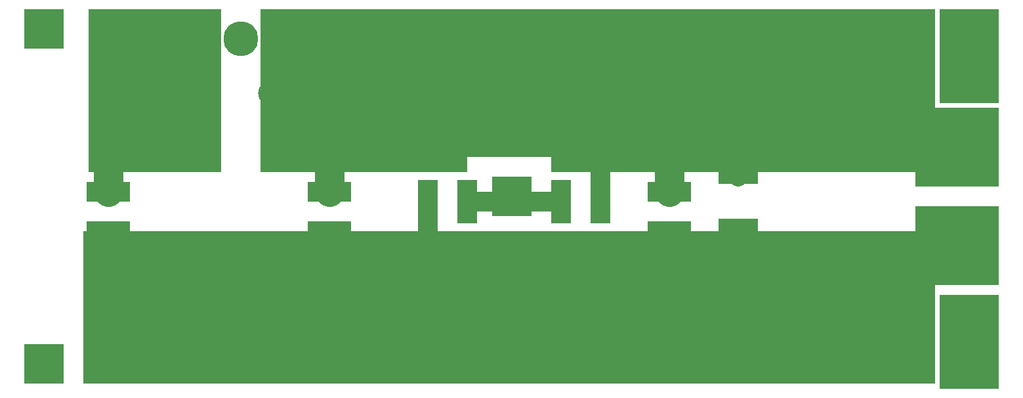
<source format=gtl>
*%FSLAX24Y24*%
*%MOIN*%
G01*
%ADD11C,0.0060*%
%ADD12C,0.0073*%
%ADD13C,0.0080*%
%ADD14C,0.0098*%
%ADD15C,0.0100*%
%ADD16C,0.0120*%
%ADD17C,0.0150*%
%ADD18C,0.0160*%
%ADD19C,0.0197*%
%ADD20C,0.0200*%
%ADD21C,0.0250*%
%ADD22C,0.0300*%
%ADD23C,0.0300*%
%ADD24C,0.0394*%
%ADD25C,0.0397*%
%ADD26C,0.0400*%
%ADD27C,0.0434*%
%ADD28C,0.0500*%
%ADD29C,0.0500*%
%ADD30C,0.0700*%
%ADD31C,0.0700*%
%ADD32C,0.0720*%
%ADD33C,0.0827*%
%ADD34C,0.0920*%
%ADD35C,0.1000*%
%ADD36C,0.1000*%
%ADD37C,0.1040*%
%ADD38C,0.1210*%
%ADD39C,0.1250*%
%ADD40C,0.1290*%
%ADD41C,0.1500*%
%ADD42C,0.1560*%
%ADD43C,0.1700*%
%ADD44C,0.1772*%
%ADD45C,0.1812*%
%ADD46C,0.2400*%
%ADD47C,0.2500*%
%ADD48C,0.2500*%
%ADD49R,0.0900X0.2100*%
%ADD50R,0.1000X0.1000*%
%ADD51R,0.1000X0.2200*%
%ADD52R,0.1040X0.2240*%
%ADD53R,0.1050X0.1800*%
%ADD54R,0.1050X0.1850*%
%ADD55R,0.1181X0.1969*%
%ADD56R,0.1221X0.2009*%
%ADD57R,0.1250X0.1250*%
%ADD58R,0.1290X0.1290*%
%ADD59R,0.1500X0.1500*%
%ADD60R,0.1700X0.1700*%
%ADD61R,0.1900X0.0700*%
%ADD62R,0.2000X0.0750*%
%ADD63R,0.2000X0.2000*%
%ADD64R,0.2040X0.0790*%
%ADD65R,0.2040X0.2040*%
%ADD66R,0.2100X0.0900*%
%ADD67R,0.2200X0.1000*%
%ADD68R,0.2200X0.2200*%
%ADD69R,0.2240X0.1040*%
%ADD70R,0.2500X0.2500*%
D14*
X60434Y28630D02*
X60432Y28597D01*
X60428Y28564D01*
X60421Y28532D01*
X60412Y28501D01*
X60400Y28470D01*
X60385Y28440D01*
X60368Y28412D01*
X60349Y28385D01*
X60327Y28360D01*
X60303Y28337D01*
X60278Y28316D01*
X60251Y28298D01*
X60222Y28281D01*
X60193Y28267D01*
X60162Y28256D01*
X60130Y28247D01*
X60098Y28241D01*
X60065Y28237D01*
X60032Y28236D01*
X59999Y28238D01*
X59966Y28243D01*
X59934Y28251D01*
X59903Y28261D01*
X59872Y28274D01*
X59843Y28289D01*
X59815Y28307D01*
X59789Y28327D01*
X59765Y28349D01*
X59742Y28373D01*
X59721Y28399D01*
X59703Y28426D01*
X59687Y28455D01*
X59674Y28485D01*
X59663Y28516D01*
X59655Y28548D01*
X59649Y28581D01*
X59647Y28614D01*
Y28646D01*
X59649Y28679D01*
X59655Y28712D01*
X59663Y28744D01*
X59674Y28775D01*
X59687Y28805D01*
X59703Y28834D01*
X59721Y28861D01*
X59742Y28887D01*
X59765Y28911D01*
X59789Y28933D01*
X59815Y28953D01*
X59843Y28971D01*
X59872Y28986D01*
X59903Y28999D01*
X59934Y29009D01*
X59966Y29017D01*
X59999Y29022D01*
X60032Y29024D01*
X60065Y29023D01*
X60098Y29019D01*
X60130Y29013D01*
X60162Y29004D01*
X60193Y28993D01*
X60222Y28979D01*
X60251Y28962D01*
X60278Y28944D01*
X60303Y28923D01*
X60327Y28900D01*
X60349Y28875D01*
X60368Y28848D01*
X60385Y28820D01*
X60400Y28790D01*
X60412Y28759D01*
X60421Y28728D01*
X60428Y28696D01*
X60432Y28663D01*
X60434Y28630D01*
X18684Y11880D02*
X18682Y11847D01*
X18678Y11814D01*
X18671Y11782D01*
X18662Y11751D01*
X18650Y11720D01*
X18635Y11690D01*
X18618Y11662D01*
X18599Y11635D01*
X18577Y11610D01*
X18553Y11587D01*
X18528Y11566D01*
X18501Y11548D01*
X18472Y11531D01*
X18443Y11517D01*
X18412Y11506D01*
X18380Y11497D01*
X18348Y11491D01*
X18315Y11487D01*
X18282Y11486D01*
X18249Y11488D01*
X18216Y11493D01*
X18184Y11501D01*
X18153Y11511D01*
X18122Y11524D01*
X18093Y11539D01*
X18065Y11557D01*
X18039Y11577D01*
X18015Y11599D01*
X17992Y11623D01*
X17971Y11649D01*
X17953Y11676D01*
X17937Y11705D01*
X17924Y11735D01*
X17913Y11766D01*
X17905Y11798D01*
X17899Y11831D01*
X17897Y11864D01*
Y11896D01*
X17899Y11929D01*
X17905Y11962D01*
X17913Y11994D01*
X17924Y12025D01*
X17937Y12055D01*
X17953Y12084D01*
X17971Y12111D01*
X17992Y12137D01*
X18015Y12161D01*
X18039Y12183D01*
X18065Y12203D01*
X18093Y12221D01*
X18122Y12236D01*
X18153Y12249D01*
X18184Y12259D01*
X18216Y12267D01*
X18249Y12272D01*
X18282Y12274D01*
X18315Y12273D01*
X18348Y12269D01*
X18380Y12263D01*
X18412Y12254D01*
X18443Y12243D01*
X18472Y12229D01*
X18501Y12212D01*
X18528Y12194D01*
X18553Y12173D01*
X18577Y12150D01*
X18599Y12125D01*
X18618Y12098D01*
X18635Y12070D01*
X18650Y12040D01*
X18662Y12009D01*
X18671Y11978D01*
X18678Y11946D01*
X18682Y11913D01*
X18684Y11880D01*
D24*
X60040Y28630D02*
D03*
X18290Y11880D02*
D03*
D31*
X29790Y24630D02*
X47040D01*
D36*
X62290Y25380D02*
X62365Y25630D01*
X23790Y24880D02*
Y28311D01*
X34790Y19380D02*
Y15380D01*
X43540Y19380D02*
Y22380D01*
X50540Y20630D02*
Y24630D01*
X57040D02*
Y21693D01*
Y17130D02*
Y14380D01*
X62290Y25380D02*
Y27880D01*
X62365Y13193D02*
Y10880D01*
X62290Y17130D02*
X57040D01*
X62290D02*
X62365D01*
X41540Y19380D02*
X36790D01*
X57040Y21693D02*
X62365D01*
X23790Y24880D02*
X23540D01*
X50540Y24630D02*
X57040D01*
X26790Y26949D02*
D03*
X23790Y28311D02*
D03*
D39*
X30040Y24880D02*
D03*
X43040D02*
D03*
X39790D02*
D03*
X36540D02*
D03*
X33290D02*
D03*
X26790D02*
D03*
X23540D02*
D03*
X31790Y15380D02*
D03*
X44790D02*
D03*
X41540D02*
D03*
X38290D02*
D03*
X35040D02*
D03*
X28540D02*
D03*
X25290D02*
D03*
D41*
X29790Y19880D02*
Y24630D01*
X18540D02*
Y19880D01*
X47040D02*
Y24630D01*
D44*
X25290Y27630D02*
D03*
D47*
X59090Y22510D02*
D03*
Y26750D02*
D03*
X57040D02*
D03*
Y22510D02*
D03*
X54990D02*
D03*
Y26750D02*
D03*
X59090Y12260D02*
D03*
Y16500D02*
D03*
X57040D02*
D03*
Y12260D02*
D03*
X54990D02*
D03*
Y16500D02*
D03*
D50*
X23790Y28630D02*
X22540D01*
D51*
X43540Y19380D02*
D03*
X41540D02*
D03*
X36790D02*
D03*
X34790D02*
D03*
D55*
X62365Y25630D02*
D03*
Y21693D02*
D03*
Y17380D02*
D03*
Y13443D02*
D03*
D57*
X20290Y24880D02*
D03*
X22040Y15380D02*
D03*
D60*
X41890Y21730D02*
X59940D01*
Y21780D01*
X41890D01*
Y21730D01*
X27140D02*
X35940D01*
Y21780D01*
X27140D01*
Y21730D01*
D62*
X50540Y18130D02*
D03*
Y20630D02*
D03*
D63*
X15290Y28130D02*
D03*
X62290D02*
D03*
Y11130D02*
D03*
X39040Y19630D02*
D03*
X15290Y11130D02*
D03*
D67*
X47040Y19880D02*
D03*
Y17880D02*
D03*
X29790Y19880D02*
D03*
Y17880D02*
D03*
X18540Y19880D02*
D03*
Y17880D02*
D03*
D70*
X62040Y11130D02*
X62540D01*
Y13380D01*
X62040D01*
Y11130D01*
X60790Y16380D02*
X62540D01*
Y17880D01*
X60790D01*
Y16380D01*
X62040Y25630D02*
X62540D01*
Y27880D01*
X62040D01*
Y25630D01*
X60790Y21380D02*
X62540D01*
Y22880D01*
X60790D01*
Y21380D01*
X18790Y22130D02*
X23040D01*
Y27880D01*
X18790D01*
Y22130D01*
X20915Y24610D02*
Y25400D01*
X18540Y11380D02*
X59290D01*
Y16630D01*
X18540D01*
Y11380D01*
X21020Y13860D02*
X56810D01*
Y14150D01*
X21020D01*
Y13860D01*
X27540Y22880D02*
X59290D01*
Y27880D01*
X27540D01*
Y22880D01*
X30020Y25360D02*
X56810D01*
Y25400D01*
X30020D01*
Y25360D01*
X56490Y24080D02*
X57590D01*
Y25180D01*
X56490D01*
Y24080D01*
Y13830D02*
X57590D01*
Y14930D01*
X56490D01*
Y13830D01*
D02*
M02*

</source>
